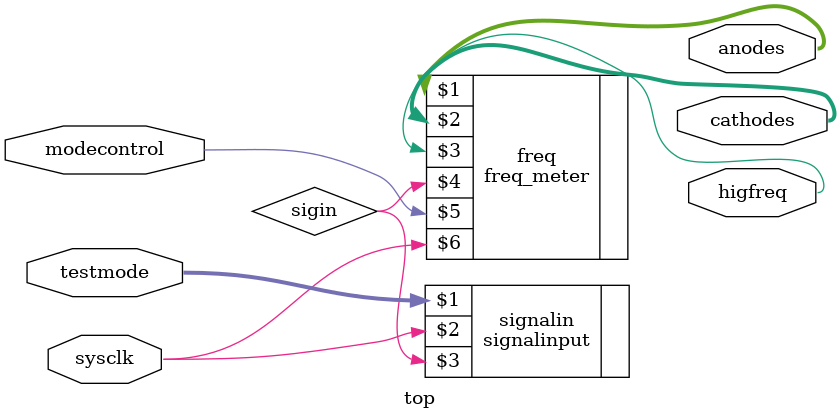
<source format=v>
module top(
    input [1:0] testmode,
    input sysclk,
    input modecontrol,
    output higfreq,
    output [7:0] cathodes,
    output [3:0] anodes
);

wire sigin;
signalinput signalin(testmode, sysclk, sigin);
freq_meter freq(anodes, cathodes, higfreq, sigin, modecontrol, sysclk);

endmodule

</source>
